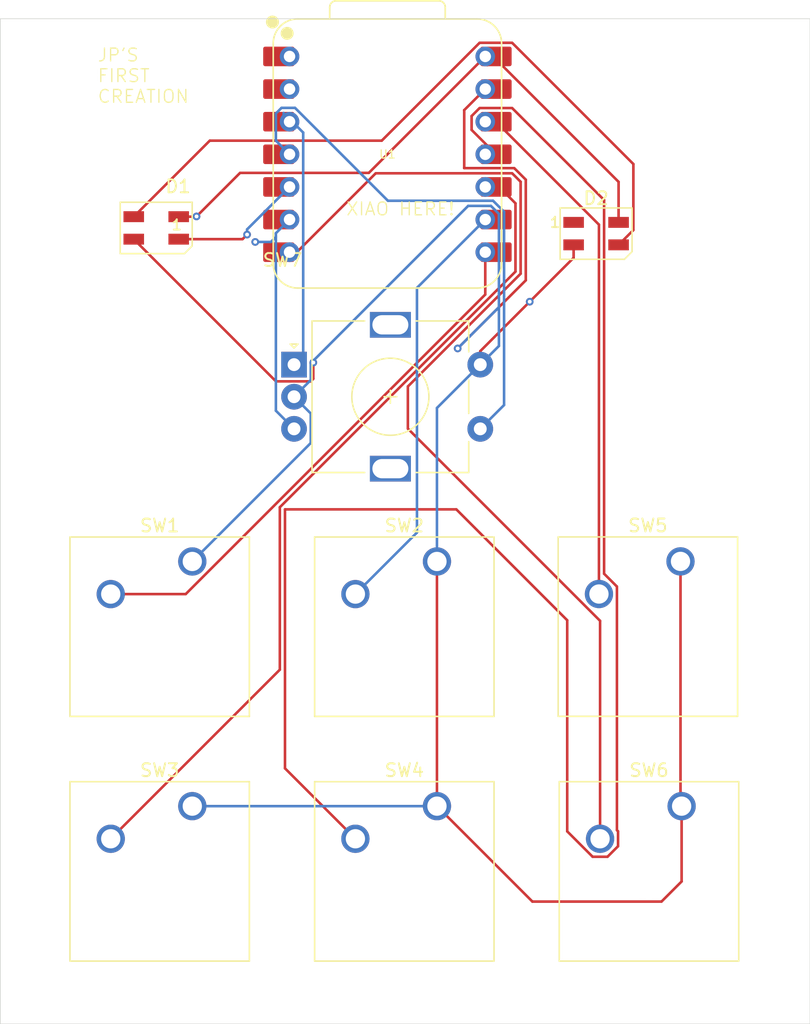
<source format=kicad_pcb>
(kicad_pcb (version 20241229) (generator "pcbnew") (generator_version "9.0")
  (layers (0 "F.Cu" signal) (2 "B.Cu" signal) (13 "F.Paste" user) (15 "B.Paste" user) (5 "F.SilkS" user "F.Silkscreen") (7 "B.SilkS" user "B.Silkscreen") (1 "F.Mask" user) (3 "B.Mask" user) (25 "Edge.Cuts" user))
  (net 0 "")
  (net 1 "GND")
  (net 2 "Net-(D1-DOUT)")
  (net 3 "Net-(D1-DIN)")
  (net 4 "+5V")
  (net 6 "Net-(U1-GPIO1{slash}RX)")
  (net 7 "Net-(U1-GPIO2{slash}SCK)")
  (net 8 "Net-(U1-GPIO4{slash}MISO)")
  (net 9 "Net-(U1-GPIO3{slash}MOSI)")
  (net 10 "Net-(U1-3V3)")
  (net 11 "Net-(U1-GPIO0{slash}TX)")
  (net 12 "Net-(U1-GPIO29{slash}ADC3{slash}A3)")
  (net 15 "Net-(U1-GPIO28{slash}ADC2{slash}A2)")
  (net 16 "Net-(U1-GPIO7{slash}SCL)")
  (footprint "Button_Switch_Keyboard:SW_Cherry_MX_1.00u_PCB" (layer "F.Cu") (at 131.1275 102.07625)
    (property "Reference" "SW6" (at -2.54 -2.794 0) (layer "F.SilkS"))
    (property "Value" "SW_Push")
    (fp_line (start -9.525 -1.905) (end 4.445 -1.905) (stroke (width 0.12)) (layer "F.SilkS"))
    (fp_line (start -9.525 12.065) (end -9.525 -1.905) (stroke (width 0.12)) (layer "F.SilkS"))
    (fp_line (start 4.445 -1.905) (end 4.445 12.065) (stroke (width 0.12)) (layer "F.SilkS"))
    (fp_line (start 4.445 12.065) (end -9.525 12.065) (stroke (width 0.12)) (layer "F.SilkS"))
    (pad "" np_thru_hole circle (at -7.62 5.08) (size 1.7 1.7) (drill 1.7) (layers "*.Cu" "*.Mask"))
    (pad "" np_thru_hole circle (at -2.54 5.08) (size 4 4) (drill 4) (layers "*.Cu" "*.Mask"))
    (pad "" np_thru_hole circle (at 2.54 5.08) (size 1.7 1.7) (drill 1.7) (layers "*.Cu" "*.Mask"))
    (pad "1" thru_hole circle (at 0 0) (size 2.2 2.2) (drill 1.5) (layers "*.Cu" "*.Mask") (net 1 "GND"))
    (pad "2" thru_hole circle (at -6.35 2.54) (size 2.2 2.2) (drill 1.5) (layers "*.Cu" "*.Mask") (net 11 "Net-(U1-GPIO0{slash}TX)"))
  )
  (footprint "LED_SMD:LED_SK6812MINI_PLCC4_3.5x3.5mm_P1.75mm" (layer "F.Cu") (at 124.46925 57.4995)
    (property "Reference" "D2" (at 0 -2.75 0) (layer "F.SilkS"))
    (property "Value" "SK6812MINI")
    (fp_line (start -2.8 -2) (end -2.8 2) (stroke (width 0.12)) (layer "F.SilkS"))
    (fp_line (start -2.8 -2) (end 2.8 -2) (stroke (width 0.12)) (layer "F.SilkS"))
    (fp_line (start -2.8 2) (end 2.2 2) (stroke (width 0.12)) (layer "F.SilkS"))
    (fp_line (start 2.8 1.4) (end 2.2 2) (stroke (width 0.12)) (layer "F.SilkS"))
    (fp_line (start 2.8 1.4) (end 2.8 -2) (stroke (width 0.12)) (layer "F.SilkS"))
    (fp_text user "1" (at -3.2 -0.875 0) (layer "F.SilkS") (effects (font (size 0.8 0.8))))
    (pad "1" smd rect (at -1.75 -0.875) (size 1.6 0.85) (layers "F.Cu" "F.Mask" "F.Paste"))
    (pad "2" smd rect (at -1.75 0.875) (size 1.6 0.85) (layers "F.Cu" "F.Mask" "F.Paste") (net 1 "GND"))
    (pad "3" smd rect (at 1.75 0.875) (size 1.6 0.85) (layers "F.Cu" "F.Mask" "F.Paste") (net 2 "Net-(D1-DOUT)"))
    (pad "4" smd rect (at 1.75 -0.875) (size 1.6 0.85) (layers "F.Cu" "F.Mask" "F.Paste") (net 4 "+5V"))
  )
  (footprint "Button_Switch_Keyboard:SW_Cherry_MX_1.00u_PCB" (layer "F.Cu") (at 112.0775 83.02625)
    (property "Reference" "SW2" (at -2.54 -2.794 0) (layer "F.SilkS"))
    (property "Value" "SW_Push")
    (fp_line (start -9.525 -1.905) (end 4.445 -1.905) (stroke (width 0.12)) (layer "F.SilkS"))
    (fp_line (start -9.525 12.065) (end -9.525 -1.905) (stroke (width 0.12)) (layer "F.SilkS"))
    (fp_line (start 4.445 -1.905) (end 4.445 12.065) (stroke (width 0.12)) (layer "F.SilkS"))
    (fp_line (start 4.445 12.065) (end -9.525 12.065) (stroke (width 0.12)) (layer "F.SilkS"))
    (pad "" np_thru_hole circle (at -7.62 5.08) (size 1.7 1.7) (drill 1.7) (layers "*.Cu" "*.Mask"))
    (pad "" np_thru_hole circle (at -2.54 5.08) (size 4 4) (drill 4) (layers "*.Cu" "*.Mask"))
    (pad "" np_thru_hole circle (at 2.54 5.08) (size 1.7 1.7) (drill 1.7) (layers "*.Cu" "*.Mask"))
    (pad "1" thru_hole circle (at 0 0) (size 2.2 2.2) (drill 1.5) (layers "*.Cu" "*.Mask") (net 1 "GND"))
    (pad "2" thru_hole circle (at -6.35 2.54) (size 2.2 2.2) (drill 1.5) (layers "*.Cu" "*.Mask") (net 7 "Net-(U1-GPIO2{slash}SCK)"))
  )
  (footprint "Button_Switch_Keyboard:SW_Cherry_MX_1.00u_PCB" (layer "F.Cu") (at 131.04 83.02)
    (property "Reference" "SW5" (at -2.54 -2.794 0) (layer "F.SilkS"))
    (property "Value" "SW_Push")
    (fp_line (start -9.525 -1.905) (end 4.445 -1.905) (stroke (width 0.12)) (layer "F.SilkS"))
    (fp_line (start -9.525 12.065) (end -9.525 -1.905) (stroke (width 0.12)) (layer "F.SilkS"))
    (fp_line (start 4.445 -1.905) (end 4.445 12.065) (stroke (width 0.12)) (layer "F.SilkS"))
    (fp_line (start 4.445 12.065) (end -9.525 12.065) (stroke (width 0.12)) (layer "F.SilkS"))
    (pad "" np_thru_hole circle (at -7.62 5.08) (size 1.7 1.7) (drill 1.7) (layers "*.Cu" "*.Mask"))
    (pad "" np_thru_hole circle (at -2.54 5.08) (size 4 4) (drill 4) (layers "*.Cu" "*.Mask"))
    (pad "" np_thru_hole circle (at 2.54 5.08) (size 1.7 1.7) (drill 1.7) (layers "*.Cu" "*.Mask"))
    (pad "1" thru_hole circle (at 0 0) (size 2.2 2.2) (drill 1.5) (layers "*.Cu" "*.Mask") (net 1 "GND"))
    (pad "2" thru_hole circle (at -6.35 2.54) (size 2.2 2.2) (drill 1.5) (layers "*.Cu" "*.Mask") (net 10 "Net-(U1-3V3)"))
  )
  (footprint "OPL:XIAO-RP2040-DIP" (layer "F.Cu") (at 108.21925 51.3245)
    (property "Reference" "U1" (at 0 0 0) (layer "F.SilkS") (effects (font (size 0.635 0.635) (thickness 0.1016))))
    (property "Value" "XIAO-RP2040-DIP")
    (fp_line (start -8.89 8.509) (end -8.89 -8.636) (stroke (width 0.127)) (layer "F.SilkS"))
    (fp_line (start -6.985 10.414) (end 6.985 10.414) (stroke (width 0.127)) (layer "F.SilkS"))
    (fp_line (start -4.495 -10.541) (end -4.491272 -11.451272) (stroke (width 0.127)) (layer "F.SilkS"))
    (fp_line (start -3.991272 -11.951) (end 4.004 -11.951) (stroke (width 0.127)) (layer "F.SilkS"))
    (fp_line (start 4.504 -11.451) (end 4.504 -10.541) (stroke (width 0.127)) (layer "F.SilkS"))
    (fp_line (start 6.985 -10.541) (end -6.985 -10.541) (stroke (width 0.1)) (layer "F.SilkS"))
    (fp_line (start 6.985 -10.541) (end -6.985 -10.541) (stroke (width 0.127)) (layer "F.SilkS"))
    (fp_line (start 8.89 8.509) (end 8.89 -8.636) (stroke (width 0.127)) (layer "F.SilkS"))
    (fp_arc (start -8.89 -8.636) (mid -8.332038 -9.983038) (end -6.985 -10.541) (stroke (width 0.127)) (layer "F.SilkS"))
    (fp_arc (start -6.985 10.414) (mid -8.332038 9.856038) (end -8.89 8.509) (stroke (width 0.127)) (layer "F.SilkS"))
    (fp_arc (start -4.491272 -11.451272) (mid -4.344728 -11.80464) (end -3.991272 -11.951) (stroke (width 0.127)) (layer "F.SilkS"))
    (fp_arc (start 4.004 -11.951) (mid 4.357553 -11.804553) (end 4.504 -11.451) (stroke (width 0.127)) (layer "F.SilkS"))
    (fp_arc (start 6.985 -10.541) (mid 8.332038 -9.983038) (end 8.89 -8.636) (stroke (width 0.127)) (layer "F.SilkS"))
    (fp_arc (start 8.89 8.509) (mid 8.332038 9.856038) (end 6.985 10.414) (stroke (width 0.127)) (layer "F.SilkS"))
    (fp_circle (center -8.95 -10.3) (end -8.95 -10.554) (stroke (width 0.5)) (fill yes) (layer "F.SilkS"))
    (fp_circle (center -7.807 -9.42) (end -7.807 -9.674) (stroke (width 0.5)) (fill yes) (layer "F.SilkS"))
    (pad "1" smd roundrect (at -8.455 -7.62 180) (size 2.432 1.524) (layers "F.Cu" "F.Mask") (roundrect_rratio 0.1))
    (pad "1" thru_hole circle (at -7.62 -7.62 180) (size 1.524 1.524) (drill 0.889) (layers "*.Cu" "*.Mask"))
    (pad "2" smd roundrect (at -8.455 -5.08 180) (size 2.432 1.524) (layers "F.Cu" "F.Mask") (roundrect_rratio 0.1))
    (pad "2" thru_hole circle (at -7.62 -5.08 180) (size 1.524 1.524) (drill 0.889) (layers "*.Cu" "*.Mask"))
    (pad "3" smd roundrect (at -8.455 -2.54 180) (size 2.432 1.524) (layers "F.Cu" "F.Mask") (roundrect_rratio 0.1) (net 15 "Net-(U1-GPIO28{slash}ADC2{slash}A2)"))
    (pad "3" thru_hole circle (at -7.62 -2.54 180) (size 1.524 1.524) (drill 0.889) (layers "*.Cu" "*.Mask") (net 15 "Net-(U1-GPIO28{slash}ADC2{slash}A2)"))
    (pad "4" smd roundrect (at -8.455 0 180) (size 2.432 1.524) (layers "F.Cu" "F.Mask") (roundrect_rratio 0.1) (net 12 "Net-(U1-GPIO29{slash}ADC3{slash}A3)"))
    (pad "4" thru_hole circle (at -7.62 0 180) (size 1.524 1.524) (drill 0.889) (layers "*.Cu" "*.Mask") (net 12 "Net-(U1-GPIO29{slash}ADC3{slash}A3)"))
    (pad "5" smd roundrect (at -8.455 2.54 180) (size 2.432 1.524) (layers "F.Cu" "F.Mask") (roundrect_rratio 0.1) (net 3 "Net-(D1-DIN)"))
    (pad "5" thru_hole circle (at -7.62 2.54 180) (size 1.524 1.524) (drill 0.889) (layers "*.Cu" "*.Mask") (net 3 "Net-(D1-DIN)"))
    (pad "6" smd roundrect (at -8.455 5.08 180) (size 2.432 1.524) (layers "F.Cu" "F.Mask") (roundrect_rratio 0.1) (net 16 "Net-(U1-GPIO7{slash}SCL)"))
    (pad "6" thru_hole circle (at -7.62 5.08 180) (size 1.524 1.524) (drill 0.889) (layers "*.Cu" "*.Mask") (net 16 "Net-(U1-GPIO7{slash}SCL)"))
    (pad "7" smd roundrect (at -8.455 7.62 180) (size 2.432 1.524) (layers "F.Cu" "F.Mask") (roundrect_rratio 0.1) (net 11 "Net-(U1-GPIO0{slash}TX)"))
    (pad "7" thru_hole circle (at -7.62 7.62 180) (size 1.524 1.524) (drill 0.889) (layers "*.Cu" "*.Mask") (net 11 "Net-(U1-GPIO0{slash}TX)"))
    (pad "8" thru_hole circle (at 7.62 7.62) (size 1.524 1.524) (drill 0.889) (layers "*.Cu" "*.Mask") (net 6 "Net-(U1-GPIO1{slash}RX)"))
    (pad "8" smd roundrect (at 8.455 7.62) (size 2.432 1.524) (layers "F.Cu" "F.Mask") (roundrect_rratio 0.1) (net 6 "Net-(U1-GPIO1{slash}RX)"))
    (pad "9" thru_hole circle (at 7.62 5.08) (size 1.524 1.524) (drill 0.889) (layers "*.Cu" "*.Mask") (net 7 "Net-(U1-GPIO2{slash}SCK)"))
    (pad "9" smd roundrect (at 8.455 5.08) (size 2.432 1.524) (layers "F.Cu" "F.Mask") (roundrect_rratio 0.1) (net 7 "Net-(U1-GPIO2{slash}SCK)"))
    (pad "10" thru_hole circle (at 7.62 2.54) (size 1.524 1.524) (drill 0.889) (layers "*.Cu" "*.Mask") (net 8 "Net-(U1-GPIO4{slash}MISO)"))
    (pad "10" smd roundrect (at 8.455 2.54) (size 2.432 1.524) (layers "F.Cu" "F.Mask") (roundrect_rratio 0.1) (net 8 "Net-(U1-GPIO4{slash}MISO)"))
    (pad "11" thru_hole circle (at 7.62 0) (size 1.524 1.524) (drill 0.889) (layers "*.Cu" "*.Mask") (net 9 "Net-(U1-GPIO3{slash}MOSI)"))
    (pad "11" smd roundrect (at 8.455 0) (size 2.432 1.524) (layers "F.Cu" "F.Mask") (roundrect_rratio 0.1) (net 9 "Net-(U1-GPIO3{slash}MOSI)"))
    (pad "12" thru_hole circle (at 7.62 -2.54) (size 1.524 1.524) (drill 0.889) (layers "*.Cu" "*.Mask") (net 10 "Net-(U1-3V3)"))
    (pad "12" smd roundrect (at 8.455 -2.54) (size 2.432 1.524) (layers "F.Cu" "F.Mask") (roundrect_rratio 0.1) (net 10 "Net-(U1-3V3)"))
    (pad "13" thru_hole circle (at 7.62 -5.08) (size 1.524 1.524) (drill 0.889) (layers "*.Cu" "*.Mask") (net 1 "GND"))
    (pad "13" smd roundrect (at 8.455 -5.08) (size 2.432 1.524) (layers "F.Cu" "F.Mask") (roundrect_rratio 0.1) (net 1 "GND"))
    (pad "14" thru_hole circle (at 7.62 -7.62) (size 1.524 1.524) (drill 0.889) (layers "*.Cu" "*.Mask") (net 4 "+5V"))
    (pad "14" smd roundrect (at 8.455 -7.62) (size 2.432 1.524) (layers "F.Cu" "F.Mask") (roundrect_rratio 0.1) (net 4 "+5V"))
  )
  (footprint "Button_Switch_Keyboard:SW_Cherry_MX_1.00u_PCB" (layer "F.Cu") (at 93.0275 102.07625)
    (property "Reference" "SW3" (at -2.54 -2.794 0) (layer "F.SilkS"))
    (property "Value" "SW_Push")
    (fp_line (start -9.525 -1.905) (end 4.445 -1.905) (stroke (width 0.12)) (layer "F.SilkS"))
    (fp_line (start -9.525 12.065) (end -9.525 -1.905) (stroke (width 0.12)) (layer "F.SilkS"))
    (fp_line (start 4.445 -1.905) (end 4.445 12.065) (stroke (width 0.12)) (layer "F.SilkS"))
    (fp_line (start 4.445 12.065) (end -9.525 12.065) (stroke (width 0.12)) (layer "F.SilkS"))
    (pad "" np_thru_hole circle (at -7.62 5.08) (size 1.7 1.7) (drill 1.7) (layers "*.Cu" "*.Mask"))
    (pad "" np_thru_hole circle (at -2.54 5.08) (size 4 4) (drill 4) (layers "*.Cu" "*.Mask"))
    (pad "" np_thru_hole circle (at 2.54 5.08) (size 1.7 1.7) (drill 1.7) (layers "*.Cu" "*.Mask"))
    (pad "1" thru_hole circle (at 0 0) (size 2.2 2.2) (drill 1.5) (layers "*.Cu" "*.Mask") (net 1 "GND"))
    (pad "2" thru_hole circle (at -6.35 2.54) (size 2.2 2.2) (drill 1.5) (layers "*.Cu" "*.Mask") (net 8 "Net-(U1-GPIO4{slash}MISO)"))
  )
  (footprint "LED_SMD:LED_SK6812MINI_PLCC4_3.5x3.5mm_P1.75mm" (layer "F.Cu") (at 90.21925 57.056)
    (property "Reference" "D1" (at 1.7 -3.2315 0) (layer "F.SilkS"))
    (property "Value" "SK6812MINI")
    (fp_line (start -2.8 -2) (end -2.8 2) (stroke (width 0.12)) (layer "F.SilkS"))
    (fp_line (start -2.8 -2) (end 2.8 -2) (stroke (width 0.12)) (layer "F.SilkS"))
    (fp_line (start -2.8 2) (end 2.2 2) (stroke (width 0.12)) (layer "F.SilkS"))
    (fp_line (start 2.8 1.4) (end 2.2 2) (stroke (width 0.12)) (layer "F.SilkS"))
    (fp_line (start 2.8 1.4) (end 2.8 -2) (stroke (width 0.12)) (layer "F.SilkS"))
    (fp_text user "1" (at 1.6 -0.2315 0) (layer "F.SilkS") (effects (font (size 0.8 0.8))))
    (pad "1" smd rect (at -1.75 -0.875) (size 1.6 0.85) (layers "F.Cu" "F.Mask" "F.Paste") (net 2 "Net-(D1-DOUT)"))
    (pad "2" smd rect (at -1.75 0.875) (size 1.6 0.85) (layers "F.Cu" "F.Mask" "F.Paste") (net 1 "GND"))
    (pad "3" smd rect (at 1.75 0.875) (size 1.6 0.85) (layers "F.Cu" "F.Mask" "F.Paste") (net 3 "Net-(D1-DIN)"))
    (pad "4" smd rect (at 1.75 -0.875) (size 1.6 0.85) (layers "F.Cu" "F.Mask" "F.Paste") (net 4 "+5V"))
  )
  (footprint "Button_Switch_Keyboard:SW_Cherry_MX_1.00u_PCB" (layer "F.Cu") (at 112.0775 102.07625)
    (property "Reference" "SW4" (at -2.54 -2.794 0) (layer "F.SilkS"))
    (property "Value" "SW_Push")
    (fp_line (start -9.525 -1.905) (end 4.445 -1.905) (stroke (width 0.12)) (layer "F.SilkS"))
    (fp_line (start -9.525 12.065) (end -9.525 -1.905) (stroke (width 0.12)) (layer "F.SilkS"))
    (fp_line (start 4.445 -1.905) (end 4.445 12.065) (stroke (width 0.12)) (layer "F.SilkS"))
    (fp_line (start 4.445 12.065) (end -9.525 12.065) (stroke (width 0.12)) (layer "F.SilkS"))
    (pad "" np_thru_hole circle (at -7.62 5.08) (size 1.7 1.7) (drill 1.7) (layers "*.Cu" "*.Mask"))
    (pad "" np_thru_hole circle (at -2.54 5.08) (size 4 4) (drill 4) (layers "*.Cu" "*.Mask"))
    (pad "" np_thru_hole circle (at 2.54 5.08) (size 1.7 1.7) (drill 1.7) (layers "*.Cu" "*.Mask"))
    (pad "1" thru_hole circle (at 0 0) (size 2.2 2.2) (drill 1.5) (layers "*.Cu" "*.Mask") (net 1 "GND"))
    (pad "2" thru_hole circle (at -6.35 2.54) (size 2.2 2.2) (drill 1.5) (layers "*.Cu" "*.Mask") (net 9 "Net-(U1-GPIO3{slash}MOSI)"))
  )
  (footprint "Rotary_Encoder:RotaryEncoder_Alps_EC11E-Switch_Vertical_H20mm" (layer "F.Cu") (at 100.95 67.7)
    (property "Reference" "SW7" (at -0.8995 -8.14425 0) (layer "F.SilkS"))
    (property "Value" "RotaryEncoder_Switch")
    (fp_line (start -0.3 -1.6) (end 0.3 -1.6) (stroke (width 0.12)) (layer "F.SilkS"))
    (fp_line (start 0 -1.3) (end -0.3 -1.6) (stroke (width 0.12)) (layer "F.SilkS"))
    (fp_line (start 0.3 -1.6) (end 0 -1.3) (stroke (width 0.12)) (layer "F.SilkS"))
    (fp_line (start 1.4 -3.4) (end 1.4 8.4) (stroke (width 0.12)) (layer "F.SilkS"))
    (fp_line (start 5.5 -3.4) (end 1.4 -3.4) (stroke (width 0.12)) (layer "F.SilkS"))
    (fp_line (start 5.5 8.4) (end 1.4 8.4) (stroke (width 0.12)) (layer "F.SilkS"))
    (fp_line (start 7 2.5) (end 8 2.5) (stroke (width 0.12)) (layer "F.SilkS"))
    (fp_line (start 7.5 2) (end 7.5 3) (stroke (width 0.12)) (layer "F.SilkS"))
    (fp_line (start 9.5 -3.4) (end 13.6 -3.4) (stroke (width 0.12)) (layer "F.SilkS"))
    (fp_line (start 13.6 -3.4) (end 13.6 -1) (stroke (width 0.12)) (layer "F.SilkS"))
    (fp_line (start 13.6 1.2) (end 13.6 3.8) (stroke (width 0.12)) (layer "F.SilkS"))
    (fp_line (start 13.6 6) (end 13.6 8.4) (stroke (width 0.12)) (layer "F.SilkS"))
    (fp_line (start 13.6 8.4) (end 9.5 8.4) (stroke (width 0.12)) (layer "F.SilkS"))
    (fp_circle (center 7.5 2.5) (end 10.5 2.5) (stroke (width 0.12)) (fill no) (layer "F.SilkS"))
    (pad "A" thru_hole rect (at 0 0) (size 2 2) (drill 1) (layers "*.Cu" "*.Mask") (net 15 "Net-(U1-GPIO28{slash}ADC2{slash}A2)"))
    (pad "B" thru_hole circle (at 0 5) (size 2 2) (drill 1) (layers "*.Cu" "*.Mask") (net 16 "Net-(U1-GPIO7{slash}SCL)"))
    (pad "C" thru_hole circle (at 0 2.5) (size 2 2) (drill 1) (layers "*.Cu" "*.Mask") (net 1 "GND"))
    (pad "MP" thru_hole rect (at 7.5 -3.1) (size 3.2 2) (drill oval 2.8 1.5) (layers "*.Cu" "*.Mask"))
    (pad "MP" thru_hole rect (at 7.5 8.1) (size 3.2 2) (drill oval 2.8 1.5) (layers "*.Cu" "*.Mask"))
    (pad "S1" thru_hole circle (at 14.5 5) (size 2 2) (drill 1) (layers "*.Cu" "*.Mask") (net 12 "Net-(U1-GPIO29{slash}ADC3{slash}A3)"))
    (pad "S2" thru_hole circle (at 14.5 0) (size 2 2) (drill 1) (layers "*.Cu" "*.Mask") (net 1 "GND"))
  )
  (footprint "Button_Switch_Keyboard:SW_Cherry_MX_1.00u_PCB" (layer "F.Cu") (at 93.0275 83.02625)
    (property "Reference" "SW1" (at -2.54 -2.794 0) (layer "F.SilkS"))
    (property "Value" "SW_Push")
    (fp_line (start -9.525 -1.905) (end 4.445 -1.905) (stroke (width 0.12)) (layer "F.SilkS"))
    (fp_line (start -9.525 12.065) (end -9.525 -1.905) (stroke (width 0.12)) (layer "F.SilkS"))
    (fp_line (start 4.445 -1.905) (end 4.445 12.065) (stroke (width 0.12)) (layer "F.SilkS"))
    (fp_line (start 4.445 12.065) (end -9.525 12.065) (stroke (width 0.12)) (layer "F.SilkS"))
    (pad "" np_thru_hole circle (at -7.62 5.08) (size 1.7 1.7) (drill 1.7) (layers "*.Cu" "*.Mask"))
    (pad "" np_thru_hole circle (at -2.54 5.08) (size 4 4) (drill 4) (layers "*.Cu" "*.Mask"))
    (pad "" np_thru_hole circle (at 2.54 5.08) (size 1.7 1.7) (drill 1.7) (layers "*.Cu" "*.Mask"))
    (pad "1" thru_hole circle (at 0 0) (size 2.2 2.2) (drill 1.5) (layers "*.Cu" "*.Mask") (net 1 "GND"))
    (pad "2" thru_hole circle (at -6.35 2.54) (size 2.2 2.2) (drill 1.5) (layers "*.Cu" "*.Mask") (net 6 "Net-(U1-GPIO1{slash}RX)"))
  )
  (gr_rect (start 78.08 40.77) (end 141.12 119.03) (stroke (width 0.05)) (fill no) (layer "Edge.Cuts"))
  (gr_text "JP'S\nFIRST\nCREATION" (at 85.6 47.4 0) (layer "F.SilkS") (effects (font (size 1 1) (thickness 0.1)) (justify left bottom)))
  (gr_text "XIAO HERE!" (at 104.9505 56.162 0) (layer "F.SilkS") (effects (font (size 1 1) (thickness 0.1)) (justify left bottom)))
  (segment (start 131.04 83.02) (end 131.04 101.98875) (width 0.2) (layer "F.Cu") (net 1))
  (segment (start 118.99325 61.13675) (end 113.69 66.44) (width 0.2) (layer "F.Cu") (net 1))
  (segment (start 114.2 52.4005) (end 118.095976 52.4005) (width 0.2) (layer "F.Cu") (net 1))
  (segment (start 112.0775 102.07625) (end 112.0775 83.02625) (width 0.2) (layer "F.Cu") (net 1))
  (segment (start 119.5085 109.50725) (end 129.561316 109.50725) (width 0.2) (layer "F.Cu") (net 1))
  (segment (start 122.71925 59.38075) (end 122.71925 58.3745) (width 0.2) (layer "F.Cu") (net 1))
  (segment (start 129.561316 109.50725) (end 131.1275 107.941066) (width 0.2) (layer "F.Cu") (net 1))
  (segment (start 118.095976 52.4005) (end 118.99325 53.297774) (width 0.2) (layer "F.Cu") (net 1))
  (segment (start 114.2 47.88375) (end 114.2 52.4005) (width 0.2) (layer "F.Cu") (net 1))
  (segment (start 118.99325 53.297774) (end 118.99325 61.13675) (width 0.2) (layer "F.Cu") (net 1))
  (segment (start 131.04 101.98875) (end 131.1275 102.07625) (width 0.2) (layer "F.Cu") (net 1))
  (segment (start 115.83925 46.2445) (end 114.2 47.88375) (width 0.2) (layer "F.Cu") (net 1))
  (segment (start 88.46925 57.931) (end 99.53925 69.001) (width 0.2) (layer "F.Cu") (net 1))
  (segment (start 131.1275 107.941066) (end 131.1275 102.07625) (width 0.2) (layer "F.Cu") (net 1))
  (segment (start 112.0775 102.07625) (end 119.5085 109.50725) (width 0.2) (layer "F.Cu") (net 1))
  (segment (start 102.450002 68.801998) (end 102.450002 67.539) (width 0.2) (layer "F.Cu") (net 1))
  (segment (start 115.45 67.7) (end 115.45 66.65) (width 0.2) (layer "F.Cu") (net 1))
  (segment (start 99.53925 69.001) (end 102.251 69.001) (width 0.2) (layer "F.Cu") (net 1))
  (segment (start 102.251 69.001) (end 102.450002 68.801998) (width 0.2) (layer "F.Cu") (net 1))
  (segment (start 115.45 66.65) (end 119.3 62.8) (width 0.2) (layer "F.Cu") (net 1))
  (segment (start 119.3 62.8) (end 122.71925 59.38075) (width 0.2) (layer "F.Cu") (net 1))
  (via (at 113.69 66.44) (size 0.6) (drill 0.3) (layers "F.Cu" "B.Cu") (net 1))
  (via (at 119.3 62.8) (size 0.6) (drill 0.3) (layers "F.Cu" "B.Cu") (net 1))
  (via (at 102.450002 67.539) (size 0.6) (drill 0.3) (layers "F.Cu" "B.Cu") (net 1))
  (segment (start 114.5065 55.3415) (end 102.251 67.597) (width 0.2) (layer "B.Cu") (net 1))
  (segment (start 115.45 67.7) (end 116.90225 66.24775) (width 0.2) (layer "B.Cu") (net 1))
  (segment (start 93.0275 102.07625) (end 112.0775 102.07625) (width 0.2) (layer "B.Cu") (net 1))
  (segment (start 102.251 68.899) (end 100.95 70.2) (width 0.2) (layer "B.Cu") (net 1))
  (segment (start 102.251 71.501) (end 100.95 70.2) (width 0.2) (layer "B.Cu") (net 1))
  (segment (start 115.83925 46.18075) (end 115.85 46.17) (width 0.2) (layer "B.Cu") (net 1))
  (segment (start 112.0775 83.02625) (end 112.0775 71.0725) (width 0.2) (layer "B.Cu") (net 1))
  (segment (start 93.0275 83.02625) (end 102.251 73.80275) (width 0.2) (layer "B.Cu") (net 1))
  (segment (start 102.251 67.597) (end 102.251 68.899) (width 0.2) (layer "B.Cu") (net 1))
  (segment (start 116.90225 66.24775) (end 116.90225 63.22775) (width 0.2) (layer "B.Cu") (net 1))
  (segment (start 112.0775 71.0725) (end 115.45 67.7) (width 0.2) (layer "B.Cu") (net 1))
  (segment (start 116.90225 55.96419) (end 116.27956 55.3415) (width 0.2) (layer "B.Cu") (net 1))
  (segment (start 116.27956 55.3415) (end 114.5065 55.3415) (width 0.2) (layer "B.Cu") (net 1))
  (segment (start 102.251 73.80275) (end 102.251 71.501) (width 0.2) (layer "B.Cu") (net 1))
  (segment (start 113.69 66.44) (end 116.90225 63.22775) (width 0.2) (layer "B.Cu") (net 1))
  (segment (start 116.90225 63.22775) (end 116.90225 55.96419) (width 0.2) (layer "B.Cu") (net 1))
  (segment (start 115.83925 46.2445) (end 115.83925 46.18075) (width 0.2) (layer "B.Cu") (net 1))
  (segment (start 117.929876 42.6415) (end 127.37 52.081624) (width 0.2) (layer "F.Cu") (net 2))
  (segment (start 107.77894 50.2615) (end 115.39894 42.6415) (width 0.2) (layer "F.Cu") (net 2))
  (segment (start 88.46925 56.181) (end 94.38875 50.2615) (width 0.2) (layer "F.Cu") (net 2))
  (segment (start 127.37 57.22375) (end 126.21925 58.3745) (width 0.2) (layer "F.Cu") (net 2))
  (segment (start 94.38875 50.2615) (end 107.77894 50.2615) (width 0.2) (layer "F.Cu") (net 2))
  (segment (start 127.37 52.081624) (end 127.37 57.22375) (width 0.2) (layer "F.Cu") (net 2))
  (segment (start 115.39894 42.6415) (end 117.929876 42.6415) (width 0.2) (layer "F.Cu") (net 2))
  (segment (start 91.96925 57.931) (end 96.936309 57.931) (width 0.2) (layer "F.Cu") (net 3))
  (segment (start 96.936309 57.931) (end 97.293809 57.5735) (width 0.2) (layer "F.Cu") (net 3))
  (via (at 97.293809 57.5735) (size 0.6) (drill 0.3) (layers "F.Cu" "B.Cu") (net 3))
  (segment (start 97.293809 57.169941) (end 100.59925 53.8645) (width 0.2) (layer "B.Cu") (net 3))
  (segment (start 97.293809 57.5735) (end 97.293809 57.169941) (width 0.2) (layer "B.Cu") (net 3))
  (segment (start 96.74875 52.77) (end 106.77375 52.77) (width 0.2) (layer "F.Cu") (net 4))
  (segment (start 116.452876 43.7045) (end 115.83925 43.7045) (width 0.2) (layer "F.Cu") (net 4))
  (segment (start 115.83925 43.7045) (end 115.4755 43.7045) (width 0.2) (layer "F.Cu") (net 4))
  (segment (start 115.38 43.8) (end 115.571 43.8) (width 0.2) (layer "F.Cu") (net 4))
  (segment (start 126.21925 56.6245) (end 126.21925 53.470874) (width 0.2) (layer "F.Cu") (net 4))
  (segment (start 93.33775 56.181) (end 93.35675 56.162) (width 0.2) (layer "F.Cu") (net 4))
  (segment (start 115.571 43.8) (end 116 44.229) (width 0.2) (layer "F.Cu") (net 4))
  (segment (start 93.35675 56.162) (end 96.74875 52.77) (width 0.2) (layer "F.Cu") (net 4))
  (segment (start 126.21925 53.470874) (end 116.452876 43.7045) (width 0.2) (layer "F.Cu") (net 4))
  (segment (start 116 44.37875) (end 116.67425 43.7045) (width 0.2) (layer "F.Cu") (net 4))
  (segment (start 115.4755 43.7045) (end 115.38 43.8) (width 0.2) (layer "F.Cu") (net 4))
  (segment (start 116 44.229) (end 116 44.37875) (width 0.2) (layer "F.Cu") (net 4))
  (segment (start 91.96925 56.181) (end 93.33775 56.181) (width 0.2) (layer "F.Cu") (net 4))
  (segment (start 106.77375 52.77) (end 115.83925 43.7045) (width 0.2) (layer "F.Cu") (net 4))
  (via (at 93.35675 56.162) (size 0.6) (drill 0.3) (layers "F.Cu" "B.Cu") (net 4))
  (segment (start 86.6775 85.56625) (end 92.51375 85.56625) (width 0.2) (layer "F.Cu") (net 6))
  (segment (start 92.51375 85.56625) (end 115.83925 62.24075) (width 0.2) (layer "F.Cu") (net 6))
  (segment (start 115.83925 62.24075) (end 115.83925 58.9445) (width 0.2) (layer "F.Cu") (net 6))
  (segment (start 105.7275 85.56625) (end 105.7275 85.6475) (width 0.2) (layer "F.Cu") (net 7))
  (segment (start 105.7275 85.6475) (end 105.9 85.82) (width 0.2) (layer "F.Cu") (net 7))
  (segment (start 110.52 61.72375) (end 115.83925 56.4045) (width 0.2) (layer "B.Cu") (net 7))
  (segment (start 105.7275 85.56625) (end 110.52 80.77375) (width 0.2) (layer "B.Cu") (net 7))
  (segment (start 110.52 80.77375) (end 110.52 61.72375) (width 0.2) (layer "B.Cu") (net 7))
  (segment (start 86.6775 104.61625) (end 99.84375 91.45) (width 0.2) (layer "F.Cu") (net 8))
  (segment (start 118.19125 60.45585) (end 118.19125 55.13887) (width 0.2) (layer "F.Cu") (net 8))
  (segment (start 118.19125 55.13887) (end 116.91688 53.8645) (width 0.2) (layer "F.Cu") (net 8))
  (segment (start 99.84375 78.80335) (end 118.19125 60.45585) (width 0.2) (layer "F.Cu") (net 8))
  (segment (start 99.84375 91.45) (end 99.84375 78.80335) (width 0.2) (layer "F.Cu") (net 8))
  (segment (start 116.91688 53.8645) (end 115.83925 53.8645) (width 0.2) (layer "F.Cu") (net 8))
  (segment (start 126.091 84.979686) (end 125.091 83.979686) (width 0.2) (layer "F.Cu") (net 9))
  (segment (start 115.39894 47.7215) (end 114.77625 48.34419) (width 0.2) (layer "F.Cu") (net 9))
  (segment (start 114.77625 48.34419) (end 114.77625 49.4265) (width 0.2) (layer "F.Cu") (net 9))
  (segment (start 124.197186 106.01725) (end 125.357814 106.01725) (width 0.2) (layer "F.Cu") (net 9))
  (segment (start 126.1785 105.196564) (end 126.1785 104.035936) (width 0.2) (layer "F.Cu") (net 9))
  (segment (start 114.77625 49.4265) (end 116.67425 51.3245) (width 0.2) (layer "F.Cu") (net 9))
  (segment (start 125.091 83.979686) (end 125.091 54.882624) (width 0.2) (layer "F.Cu") (net 9))
  (segment (start 126.1785 104.035936) (end 126.091 103.948436) (width 0.2) (layer "F.Cu") (net 9))
  (segment (start 105.7275 104.61625) (end 100.24475 99.1335) (width 0.2) (layer "F.Cu") (net 9))
  (segment (start 126.091 103.948436) (end 126.091 84.979686) (width 0.2) (layer "F.Cu") (net 9))
  (segment (start 122.219 104.039064) (end 124.197186 106.01725) (width 0.2) (layer "F.Cu") (net 9))
  (segment (start 125.357814 106.01725) (end 126.1785 105.196564) (width 0.2) (layer "F.Cu") (net 9))
  (segment (start 117.929876 47.7215) (end 115.39894 47.7215) (width 0.2) (layer "F.Cu") (net 9))
  (segment (start 125.091 54.882624) (end 117.929876 47.7215) (width 0.2) (layer "F.Cu") (net 9))
  (segment (start 113.58592 78.96945) (end 122.219 87.60253) (width 0.2) (layer "F.Cu") (net 9))
  (segment (start 100.24475 78.96945) (end 113.58592 78.96945) (width 0.2) (layer "F.Cu") (net 9))
  (segment (start 100.24475 99.1335) (end 100.24475 78.96945) (width 0.2) (layer "F.Cu") (net 9))
  (segment (start 122.219 87.60253) (end 122.219 104.039064) (width 0.2) (layer "F.Cu") (net 9))
  (segment (start 124.69 56.80025) (end 116.67425 48.7845) (width 0.2) (layer "F.Cu") (net 10))
  (segment (start 124.69 85.56) (end 124.69 56.80025) (width 0.2) (layer "F.Cu") (net 10))
  (segment (start 118.59225 60.62195) (end 118.59225 53.463874) (width 0.2) (layer "F.Cu") (net 11))
  (segment (start 117.929876 52.8015) (end 107.30935 52.8015) (width 0.2) (layer "F.Cu") (net 11))
  (segment (start 124.7775 87.6475) (end 109.8121 72.6821) (width 0.2) (layer "F.Cu") (net 11))
  (segment (start 109.8121 69.4021) (end 118.59225 60.62195) (width 0.2) (layer "F.Cu") (net 11))
  (segment (start 107.30935 52.8015) (end 101.16635 58.9445) (width 0.2) (layer "F.Cu") (net 11))
  (segment (start 118.59225 53.463874) (end 117.929876 52.8015) (width 0.2) (layer "F.Cu") (net 11))
  (segment (start 124.7775 104.61625) (end 124.7775 87.6475) (width 0.2) (layer "F.Cu") (net 11))
  (segment (start 109.8121 72.6821) (end 109.8121 69.4021) (width 0.2) (layer "F.Cu") (net 11))
  (segment (start 101.16635 58.9445) (end 99.76425 58.9445) (width 0.2) (layer "F.Cu") (net 11))
  (segment (start 100.59925 51.3245) (end 99.76425 51.3245) (width 0.2) (layer "F.Cu") (net 12))
  (segment (start 99.53625 48.14665) (end 99.53625 50.2615) (width 0.2) (layer "B.Cu") (net 12))
  (segment (start 108.25856 54.9405) (end 101.02706 47.709) (width 0.2) (layer "B.Cu") (net 12))
  (segment (start 99.53625 50.2615) (end 100.59925 51.3245) (width 0.2) (layer "B.Cu") (net 12))
  (segment (start 116.44566 54.9405) (end 108.25856 54.9405) (width 0.2) (layer "B.Cu") (net 12))
  (segment (start 117.30325 55.79809) (end 116.44566 54.9405) (width 0.2) (layer "B.Cu") (net 12))
  (segment (start 117.30325 70.84675) (end 117.30325 55.79809) (width 0.2) (layer "B.Cu") (net 12))
  (segment (start 99.9739 47.709) (end 99.53625 48.14665) (width 0.2) (layer "B.Cu") (net 12))
  (segment (start 115.45 72.7) (end 117.30325 70.84675) (width 0.2) (layer "B.Cu") (net 12))
  (segment (start 101.02706 47.709) (end 99.9739 47.709) (width 0.2) (layer "B.Cu") (net 12))
  (segment (start 100.95 67.7) (end 101.66225 66.98775) (width 0.2) (layer "B.Cu") (net 15))
  (segment (start 101.66225 49.63225) (end 100.14 48.11) (width 0.2) (layer "B.Cu") (net 15))
  (segment (start 100.14 48.11) (end 100.14 48.32525) (width 0.2) (layer "B.Cu") (net 15))
  (segment (start 101.66225 66.98775) (end 101.66225 49.63225) (width 0.2) (layer "B.Cu") (net 15))
  (segment (start 100.14 48.32525) (end 100.59925 48.7845) (width 0.2) (layer "B.Cu") (net 15))
  (via (at 97.92647 58.147876) (size 0.6) (drill 0.3) (layers "F.Cu" "B.Cu") (net 16))
  (segment (start 99.53625 57.4675) (end 100.59925 56.4045) (width 0.2) (layer "B.Cu") (net 16))
  (segment (start 100.95 72.7) (end 99.53625 71.28625) (width 0.2) (layer "B.Cu") (net 16))
  (segment (start 97.92647 58.147876) (end 99.148374 58.147876) (width 0.2) (layer "B.Cu") (net 16))
  (segment (start 99.53625 57.76) (end 99.53625 57.4675) (width 0.2) (layer "B.Cu") (net 16))
  (segment (start 99.53625 71.28625) (end 99.53625 57.76) (width 0.2) (layer "B.Cu") (net 16))
  (segment (start 99.148374 58.147876) (end 99.53625 57.76) (width 0.2) (layer "B.Cu") (net 16))
)
</source>
